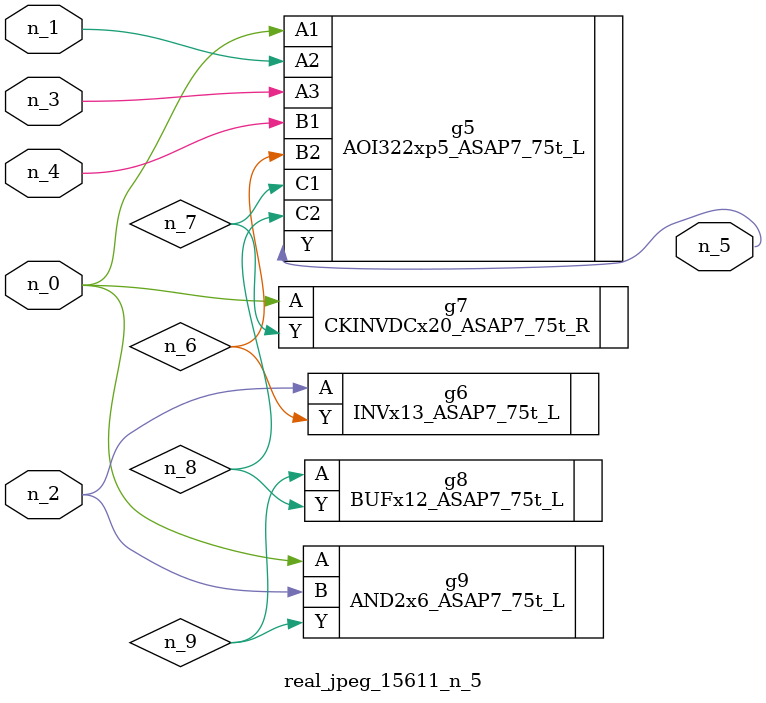
<source format=v>
module real_jpeg_15611_n_5 (n_4, n_0, n_1, n_2, n_3, n_5);

input n_4;
input n_0;
input n_1;
input n_2;
input n_3;

output n_5;

wire n_8;
wire n_6;
wire n_7;
wire n_9;

AOI322xp5_ASAP7_75t_L g5 ( 
.A1(n_0),
.A2(n_1),
.A3(n_3),
.B1(n_4),
.B2(n_6),
.C1(n_7),
.C2(n_8),
.Y(n_5)
);

CKINVDCx20_ASAP7_75t_R g7 ( 
.A(n_0),
.Y(n_7)
);

AND2x6_ASAP7_75t_L g9 ( 
.A(n_0),
.B(n_2),
.Y(n_9)
);

INVx13_ASAP7_75t_L g6 ( 
.A(n_2),
.Y(n_6)
);

BUFx12_ASAP7_75t_L g8 ( 
.A(n_9),
.Y(n_8)
);


endmodule
</source>
